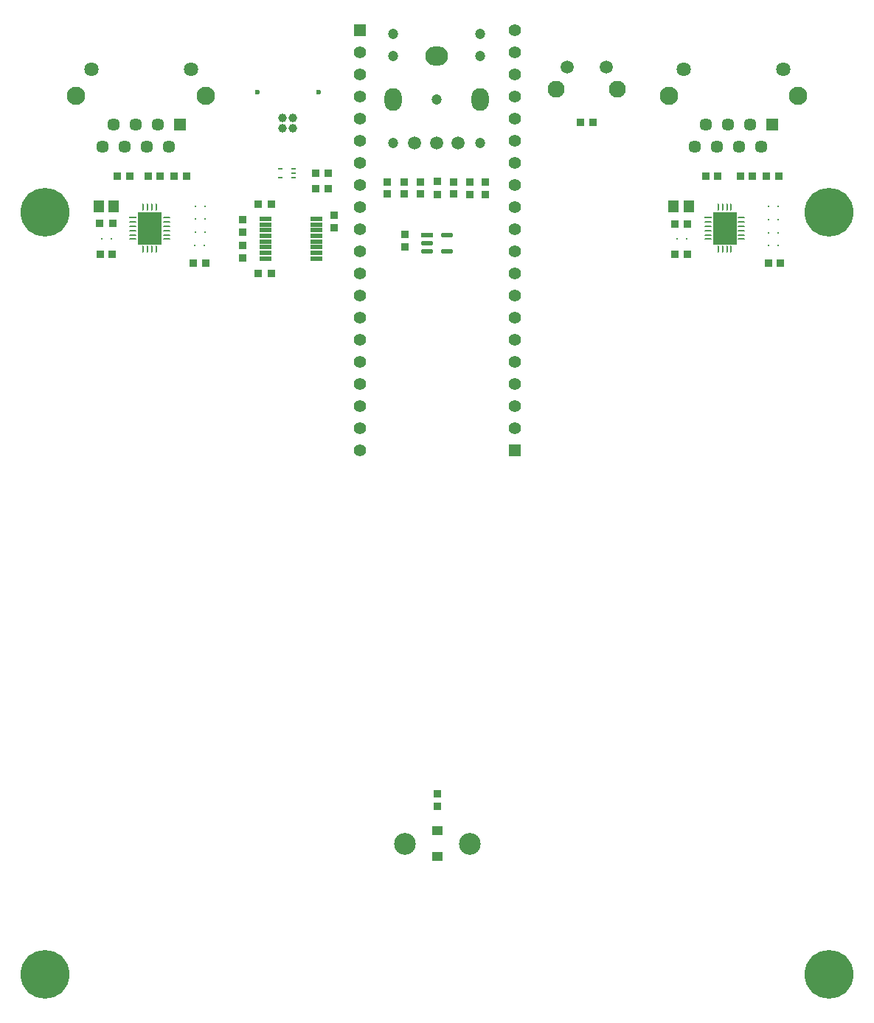
<source format=gbr>
%TF.GenerationSoftware,Altium Limited,Altium Designer,22.10.1 (41)*%
G04 Layer_Color=255*
%FSLAX45Y45*%
%MOMM*%
%TF.SameCoordinates,CC01BCFA-2ECF-4BF2-A349-93AF2CE8EC74*%
%TF.FilePolarity,Positive*%
%TF.FileFunction,Pads,Top*%
%TF.Part,Single*%
G01*
G75*
%TA.AperFunction,SMDPad,CuDef*%
G04:AMPARAMS|DCode=10|XSize=0.45mm|YSize=1.4mm|CornerRadius=0.0495mm|HoleSize=0mm|Usage=FLASHONLY|Rotation=90.000|XOffset=0mm|YOffset=0mm|HoleType=Round|Shape=RoundedRectangle|*
%AMROUNDEDRECTD10*
21,1,0.45000,1.30100,0,0,90.0*
21,1,0.35100,1.40000,0,0,90.0*
1,1,0.09900,0.65050,0.17550*
1,1,0.09900,0.65050,-0.17550*
1,1,0.09900,-0.65050,-0.17550*
1,1,0.09900,-0.65050,0.17550*
%
%ADD10ROUNDEDRECTD10*%
%ADD11R,0.91213X0.95872*%
%ADD12R,0.95872X0.91213*%
%ADD13R,0.60960X0.25400*%
%ADD14R,1.16000X1.47000*%
%ADD15C,0.25400*%
%ADD16R,2.75000X3.75000*%
%ADD17R,0.83107X0.24247*%
G04:AMPARAMS|DCode=18|XSize=0.83107mm|YSize=0.24247mm|CornerRadius=0.12124mm|HoleSize=0mm|Usage=FLASHONLY|Rotation=0.000|XOffset=0mm|YOffset=0mm|HoleType=Round|Shape=RoundedRectangle|*
%AMROUNDEDRECTD18*
21,1,0.83107,0.00000,0,0,0.0*
21,1,0.58859,0.24247,0,0,0.0*
1,1,0.24247,0.29430,0.00000*
1,1,0.24247,-0.29430,0.00000*
1,1,0.24247,-0.29430,0.00000*
1,1,0.24247,0.29430,0.00000*
%
%ADD18ROUNDEDRECTD18*%
G04:AMPARAMS|DCode=19|XSize=0.24247mm|YSize=0.83107mm|CornerRadius=0.12124mm|HoleSize=0mm|Usage=FLASHONLY|Rotation=0.000|XOffset=0mm|YOffset=0mm|HoleType=Round|Shape=RoundedRectangle|*
%AMROUNDEDRECTD19*
21,1,0.24247,0.58859,0,0,0.0*
21,1,0.00000,0.83107,0,0,0.0*
1,1,0.24247,0.00000,-0.29430*
1,1,0.24247,0.00000,-0.29430*
1,1,0.24247,0.00000,0.29430*
1,1,0.24247,0.00000,0.29430*
%
%ADD19ROUNDEDRECTD19*%
%ADD20R,0.95814X0.91213*%
%ADD21R,0.91213X0.95814*%
%ADD22R,1.40712X0.57583*%
G04:AMPARAMS|DCode=23|XSize=1.40712mm|YSize=0.57583mm|CornerRadius=0.28791mm|HoleSize=0mm|Usage=FLASHONLY|Rotation=0.000|XOffset=0mm|YOffset=0mm|HoleType=Round|Shape=RoundedRectangle|*
%AMROUNDEDRECTD23*
21,1,1.40712,0.00000,0,0,0.0*
21,1,0.83129,0.57583,0,0,0.0*
1,1,0.57583,0.41565,0.00000*
1,1,0.57583,-0.41565,0.00000*
1,1,0.57583,-0.41565,0.00000*
1,1,0.57583,0.41565,0.00000*
%
%ADD23ROUNDEDRECTD23*%
%ADD24R,1.20000X1.00000*%
%TA.AperFunction,WasherPad*%
%ADD28C,2.50000*%
%TA.AperFunction,ComponentPad*%
%ADD29C,1.95000*%
%ADD30C,1.50000*%
%ADD31C,1.20000*%
%ADD32O,2.60000X2.20000*%
%ADD33C,1.50800*%
%ADD34O,2.00000X2.60000*%
%ADD35C,1.63000*%
%ADD36C,2.10000*%
%ADD37C,1.44600*%
%ADD38R,1.44600X1.44600*%
%ADD39C,1.00000*%
%ADD40C,0.60000*%
%TA.AperFunction,ViaPad*%
%ADD41C,5.60000*%
%TA.AperFunction,ComponentPad*%
%ADD42R,1.39000X1.39000*%
%ADD43C,1.39000*%
D10*
X-1385000Y9222500D02*
D03*
Y9287500D02*
D03*
Y9352500D02*
D03*
Y9417500D02*
D03*
Y9482500D02*
D03*
Y9547500D02*
D03*
Y9612500D02*
D03*
Y9677500D02*
D03*
X-1975000Y9222500D02*
D03*
Y9287500D02*
D03*
Y9352500D02*
D03*
Y9417500D02*
D03*
Y9482500D02*
D03*
Y9547500D02*
D03*
Y9612500D02*
D03*
Y9677500D02*
D03*
D11*
X-2230000Y9672671D02*
D03*
Y9527329D02*
D03*
Y9372671D02*
D03*
Y9227329D02*
D03*
X-1180000Y9722671D02*
D03*
Y9577329D02*
D03*
X375000Y10100000D02*
D03*
Y9954659D02*
D03*
X0Y9960329D02*
D03*
Y10105671D02*
D03*
X-375000Y9352329D02*
D03*
Y9497671D02*
D03*
D12*
X-1907329Y9850000D02*
D03*
X-2052671D02*
D03*
Y9050000D02*
D03*
X-1907329D02*
D03*
X2872671Y9620000D02*
D03*
X2727329D02*
D03*
X1787671Y10782500D02*
D03*
X1642329D02*
D03*
X-3872671Y9625000D02*
D03*
X-3727329D02*
D03*
D13*
X-1799930Y10150000D02*
D03*
Y10250000D02*
D03*
X-1650070D02*
D03*
Y10200000D02*
D03*
Y10150000D02*
D03*
D14*
X-3712500Y9820000D02*
D03*
X-3887500D02*
D03*
X2887500Y9820000D02*
D03*
X2712500D02*
D03*
D15*
X-3740000Y9450000D02*
D03*
X-3850000D02*
D03*
X2860000D02*
D03*
X2750000D02*
D03*
X3800000Y9520000D02*
D03*
X3910000D02*
D03*
X3800000Y9370000D02*
D03*
X3910000D02*
D03*
X3800000Y9820000D02*
D03*
X3910000D02*
D03*
X3800000Y9670000D02*
D03*
X3910000D02*
D03*
X-2775000Y9675000D02*
D03*
X-2665000D02*
D03*
X-2775000Y9825000D02*
D03*
X-2665000D02*
D03*
X-2775000Y9525000D02*
D03*
X-2665000D02*
D03*
X-2785000Y9375000D02*
D03*
X-2675000D02*
D03*
D16*
X3300000Y9570000D02*
D03*
X-3300000Y9570000D02*
D03*
D17*
X3105947Y9695000D02*
D03*
X-3494053Y9695000D02*
D03*
D18*
X3105947Y9645000D02*
D03*
Y9595000D02*
D03*
Y9545000D02*
D03*
Y9495000D02*
D03*
Y9445000D02*
D03*
X3494053D02*
D03*
Y9495000D02*
D03*
Y9545000D02*
D03*
Y9595000D02*
D03*
Y9645000D02*
D03*
Y9695000D02*
D03*
X-3494053Y9645000D02*
D03*
Y9595000D02*
D03*
Y9545000D02*
D03*
Y9495000D02*
D03*
Y9445000D02*
D03*
X-3105947D02*
D03*
Y9495000D02*
D03*
Y9545000D02*
D03*
Y9595000D02*
D03*
Y9645000D02*
D03*
Y9695000D02*
D03*
D19*
X3225000Y9325946D02*
D03*
X3275000D02*
D03*
X3325000D02*
D03*
X3375000D02*
D03*
Y9814053D02*
D03*
X3325000D02*
D03*
X3275000D02*
D03*
X3225000D02*
D03*
X-3375000Y9325947D02*
D03*
X-3325000D02*
D03*
X-3275000D02*
D03*
X-3225000D02*
D03*
Y9814053D02*
D03*
X-3275000D02*
D03*
X-3325000D02*
D03*
X-3375000D02*
D03*
D20*
X3940399Y9170000D02*
D03*
X3800000D02*
D03*
X3920199Y10170000D02*
D03*
X3779800D02*
D03*
X2729800Y9275000D02*
D03*
X2870199D02*
D03*
X3079801Y10170000D02*
D03*
X3220200D02*
D03*
X3620200D02*
D03*
X3479801D02*
D03*
X-3670199Y10170000D02*
D03*
X-3529800D02*
D03*
X-3179801D02*
D03*
X-3320200D02*
D03*
X-2879800D02*
D03*
X-3020199D02*
D03*
X-3870200Y9275000D02*
D03*
X-3729801D02*
D03*
X-2659600Y9170000D02*
D03*
X-2799999D02*
D03*
X-1395199Y10025000D02*
D03*
X-1254800D02*
D03*
X-1395199Y10200000D02*
D03*
X-1254800D02*
D03*
D21*
X-381000Y10103200D02*
D03*
Y9962800D02*
D03*
X190500Y10103200D02*
D03*
Y9962800D02*
D03*
X-571500Y10103200D02*
D03*
Y9962800D02*
D03*
X-190500D02*
D03*
Y10103200D02*
D03*
X550000Y10100000D02*
D03*
Y9959601D02*
D03*
X0Y3070200D02*
D03*
Y2929801D02*
D03*
D22*
X-115055Y9493000D02*
D03*
D23*
Y9398000D02*
D03*
Y9303000D02*
D03*
X115055D02*
D03*
Y9493000D02*
D03*
D24*
X0Y2350000D02*
D03*
Y2650000D02*
D03*
D28*
X375000Y2500000D02*
D03*
X-375000D02*
D03*
D29*
X1368500Y11164999D02*
D03*
X2068500D02*
D03*
D30*
X1493500Y11419999D02*
D03*
X1943500D02*
D03*
D31*
X-508000Y11800000D02*
D03*
Y11550000D02*
D03*
X492000Y11800000D02*
D03*
Y11550000D02*
D03*
X-8000Y11050000D02*
D03*
X-508000Y10550000D02*
D03*
X492000D02*
D03*
D32*
X-8000Y11550000D02*
D03*
D33*
X242000Y10550000D02*
D03*
X-8000D02*
D03*
X-258000D02*
D03*
D34*
X-508000Y11050000D02*
D03*
X492000D02*
D03*
D35*
X-2828500Y11396100D02*
D03*
X-3971500D02*
D03*
X3971500Y11396100D02*
D03*
X2828500D02*
D03*
D36*
X-4144000Y11091100D02*
D03*
X-2656000D02*
D03*
X2656000Y11091100D02*
D03*
X4144000D02*
D03*
D37*
X-3844500Y10507100D02*
D03*
X-3717500Y10761100D02*
D03*
X-3590500Y10507100D02*
D03*
X-3463500Y10761100D02*
D03*
X-3336500Y10507100D02*
D03*
X-3209500Y10761100D02*
D03*
X-3082500Y10507100D02*
D03*
X2955500Y10507100D02*
D03*
X3082500Y10761100D02*
D03*
X3209500Y10507100D02*
D03*
X3336500Y10761100D02*
D03*
X3463500Y10507100D02*
D03*
X3590500Y10761100D02*
D03*
X3717500Y10507100D02*
D03*
D38*
X-2955500Y10761100D02*
D03*
X3844500Y10761100D02*
D03*
D39*
X-1654500Y10715001D02*
D03*
X-1774500D02*
D03*
Y10835001D02*
D03*
X-1654500D02*
D03*
D40*
X-1364500Y11135001D02*
D03*
X-2064500D02*
D03*
D41*
X-4500000Y1000000D02*
D03*
X4500000D02*
D03*
Y9750000D02*
D03*
X-4500000D02*
D03*
D42*
X-889000Y11846500D02*
D03*
X889000Y7020500D02*
D03*
D43*
X-889000Y11592500D02*
D03*
Y11338500D02*
D03*
Y11084500D02*
D03*
Y10830500D02*
D03*
Y10576500D02*
D03*
Y10322500D02*
D03*
Y10068500D02*
D03*
Y9814500D02*
D03*
Y9560500D02*
D03*
Y9306500D02*
D03*
Y9052500D02*
D03*
Y8798500D02*
D03*
Y8544500D02*
D03*
Y8290500D02*
D03*
Y8036500D02*
D03*
Y7782500D02*
D03*
Y7528500D02*
D03*
Y7274500D02*
D03*
Y7020500D02*
D03*
X889000Y7274500D02*
D03*
Y7528500D02*
D03*
Y7782500D02*
D03*
Y8036500D02*
D03*
Y8290500D02*
D03*
Y8544500D02*
D03*
Y8798500D02*
D03*
Y9052500D02*
D03*
Y9306500D02*
D03*
Y9560500D02*
D03*
Y9814500D02*
D03*
Y10068500D02*
D03*
Y10322500D02*
D03*
Y10576500D02*
D03*
Y10830500D02*
D03*
Y11084500D02*
D03*
Y11338500D02*
D03*
Y11592500D02*
D03*
Y11846500D02*
D03*
%TF.MD5,bd6e5ee6cfb721abc36802f4b52e500b*%
M02*

</source>
